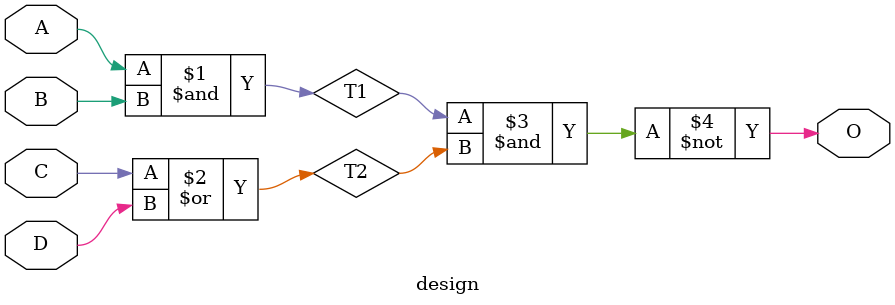
<source format=v>
module design(A, B, C, D, O);
    input A, B, C, D;
    output O;
    wire T1, T2;
    and a(T1, A, B);
    or o(T2, C, D);
    nand n(O, T1, T2);
endmodule

</source>
